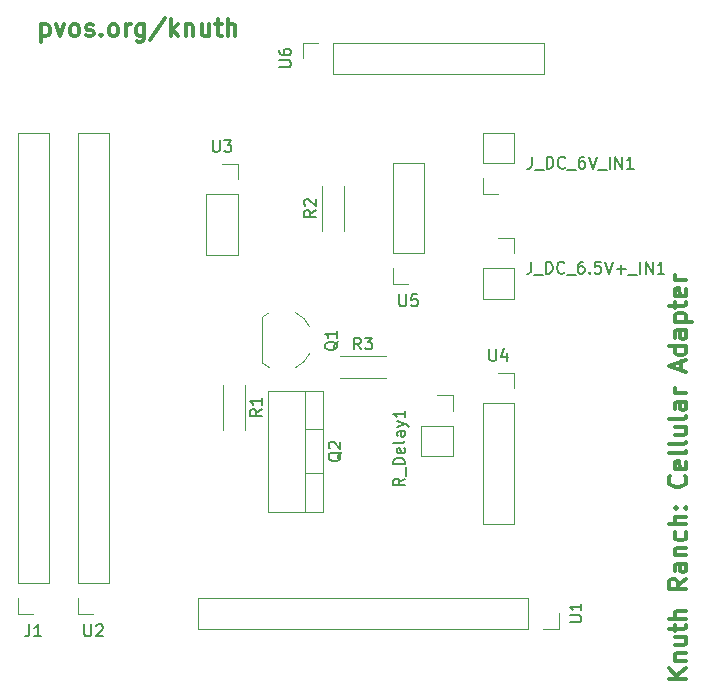
<source format=gbr>
G04 #@! TF.GenerationSoftware,KiCad,Pcbnew,5.0.2-bee76a0~70~ubuntu18.04.1*
G04 #@! TF.CreationDate,2019-07-21T13:39:32-04:00*
G04 #@! TF.ProjectId,knuth-gateway,6b6e7574-682d-4676-9174-657761792e6b,rev?*
G04 #@! TF.SameCoordinates,Original*
G04 #@! TF.FileFunction,Legend,Top*
G04 #@! TF.FilePolarity,Positive*
%FSLAX46Y46*%
G04 Gerber Fmt 4.6, Leading zero omitted, Abs format (unit mm)*
G04 Created by KiCad (PCBNEW 5.0.2-bee76a0~70~ubuntu18.04.1) date Sun 21 Jul 2019 01:39:32 PM EDT*
%MOMM*%
%LPD*%
G01*
G04 APERTURE LIST*
%ADD10C,0.300000*%
%ADD11C,0.120000*%
%ADD12C,0.150000*%
G04 APERTURE END LIST*
D10*
X215305714Y-58098571D02*
X215305714Y-59598571D01*
X215305714Y-58170000D02*
X215448571Y-58098571D01*
X215734285Y-58098571D01*
X215877142Y-58170000D01*
X215948571Y-58241428D01*
X216020000Y-58384285D01*
X216020000Y-58812857D01*
X215948571Y-58955714D01*
X215877142Y-59027142D01*
X215734285Y-59098571D01*
X215448571Y-59098571D01*
X215305714Y-59027142D01*
X216520000Y-58098571D02*
X216877142Y-59098571D01*
X217234285Y-58098571D01*
X218020000Y-59098571D02*
X217877142Y-59027142D01*
X217805714Y-58955714D01*
X217734285Y-58812857D01*
X217734285Y-58384285D01*
X217805714Y-58241428D01*
X217877142Y-58170000D01*
X218020000Y-58098571D01*
X218234285Y-58098571D01*
X218377142Y-58170000D01*
X218448571Y-58241428D01*
X218520000Y-58384285D01*
X218520000Y-58812857D01*
X218448571Y-58955714D01*
X218377142Y-59027142D01*
X218234285Y-59098571D01*
X218020000Y-59098571D01*
X219091428Y-59027142D02*
X219234285Y-59098571D01*
X219520000Y-59098571D01*
X219662857Y-59027142D01*
X219734285Y-58884285D01*
X219734285Y-58812857D01*
X219662857Y-58670000D01*
X219520000Y-58598571D01*
X219305714Y-58598571D01*
X219162857Y-58527142D01*
X219091428Y-58384285D01*
X219091428Y-58312857D01*
X219162857Y-58170000D01*
X219305714Y-58098571D01*
X219520000Y-58098571D01*
X219662857Y-58170000D01*
X220377142Y-58955714D02*
X220448571Y-59027142D01*
X220377142Y-59098571D01*
X220305714Y-59027142D01*
X220377142Y-58955714D01*
X220377142Y-59098571D01*
X221305714Y-59098571D02*
X221162857Y-59027142D01*
X221091428Y-58955714D01*
X221020000Y-58812857D01*
X221020000Y-58384285D01*
X221091428Y-58241428D01*
X221162857Y-58170000D01*
X221305714Y-58098571D01*
X221520000Y-58098571D01*
X221662857Y-58170000D01*
X221734285Y-58241428D01*
X221805714Y-58384285D01*
X221805714Y-58812857D01*
X221734285Y-58955714D01*
X221662857Y-59027142D01*
X221520000Y-59098571D01*
X221305714Y-59098571D01*
X222448571Y-59098571D02*
X222448571Y-58098571D01*
X222448571Y-58384285D02*
X222520000Y-58241428D01*
X222591428Y-58170000D01*
X222734285Y-58098571D01*
X222877142Y-58098571D01*
X224020000Y-58098571D02*
X224020000Y-59312857D01*
X223948571Y-59455714D01*
X223877142Y-59527142D01*
X223734285Y-59598571D01*
X223520000Y-59598571D01*
X223377142Y-59527142D01*
X224020000Y-59027142D02*
X223877142Y-59098571D01*
X223591428Y-59098571D01*
X223448571Y-59027142D01*
X223377142Y-58955714D01*
X223305714Y-58812857D01*
X223305714Y-58384285D01*
X223377142Y-58241428D01*
X223448571Y-58170000D01*
X223591428Y-58098571D01*
X223877142Y-58098571D01*
X224020000Y-58170000D01*
X225805714Y-57527142D02*
X224520000Y-59455714D01*
X226305714Y-59098571D02*
X226305714Y-57598571D01*
X226448571Y-58527142D02*
X226877142Y-59098571D01*
X226877142Y-58098571D02*
X226305714Y-58670000D01*
X227520000Y-58098571D02*
X227520000Y-59098571D01*
X227520000Y-58241428D02*
X227591428Y-58170000D01*
X227734285Y-58098571D01*
X227948571Y-58098571D01*
X228091428Y-58170000D01*
X228162857Y-58312857D01*
X228162857Y-59098571D01*
X229520000Y-58098571D02*
X229520000Y-59098571D01*
X228877142Y-58098571D02*
X228877142Y-58884285D01*
X228948571Y-59027142D01*
X229091428Y-59098571D01*
X229305714Y-59098571D01*
X229448571Y-59027142D01*
X229520000Y-58955714D01*
X230020000Y-58098571D02*
X230591428Y-58098571D01*
X230234285Y-57598571D02*
X230234285Y-58884285D01*
X230305714Y-59027142D01*
X230448571Y-59098571D01*
X230591428Y-59098571D01*
X231091428Y-59098571D02*
X231091428Y-57598571D01*
X231734285Y-59098571D02*
X231734285Y-58312857D01*
X231662857Y-58170000D01*
X231520000Y-58098571D01*
X231305714Y-58098571D01*
X231162857Y-58170000D01*
X231091428Y-58241428D01*
X269918571Y-113484285D02*
X268418571Y-113484285D01*
X269918571Y-112627142D02*
X269061428Y-113270000D01*
X268418571Y-112627142D02*
X269275714Y-113484285D01*
X268918571Y-111984285D02*
X269918571Y-111984285D01*
X269061428Y-111984285D02*
X268990000Y-111912857D01*
X268918571Y-111770000D01*
X268918571Y-111555714D01*
X268990000Y-111412857D01*
X269132857Y-111341428D01*
X269918571Y-111341428D01*
X268918571Y-109984285D02*
X269918571Y-109984285D01*
X268918571Y-110627142D02*
X269704285Y-110627142D01*
X269847142Y-110555714D01*
X269918571Y-110412857D01*
X269918571Y-110198571D01*
X269847142Y-110055714D01*
X269775714Y-109984285D01*
X268918571Y-109484285D02*
X268918571Y-108912857D01*
X268418571Y-109270000D02*
X269704285Y-109270000D01*
X269847142Y-109198571D01*
X269918571Y-109055714D01*
X269918571Y-108912857D01*
X269918571Y-108412857D02*
X268418571Y-108412857D01*
X269918571Y-107770000D02*
X269132857Y-107770000D01*
X268990000Y-107841428D01*
X268918571Y-107984285D01*
X268918571Y-108198571D01*
X268990000Y-108341428D01*
X269061428Y-108412857D01*
X269918571Y-105055714D02*
X269204285Y-105555714D01*
X269918571Y-105912857D02*
X268418571Y-105912857D01*
X268418571Y-105341428D01*
X268490000Y-105198571D01*
X268561428Y-105127142D01*
X268704285Y-105055714D01*
X268918571Y-105055714D01*
X269061428Y-105127142D01*
X269132857Y-105198571D01*
X269204285Y-105341428D01*
X269204285Y-105912857D01*
X269918571Y-103770000D02*
X269132857Y-103770000D01*
X268990000Y-103841428D01*
X268918571Y-103984285D01*
X268918571Y-104270000D01*
X268990000Y-104412857D01*
X269847142Y-103770000D02*
X269918571Y-103912857D01*
X269918571Y-104270000D01*
X269847142Y-104412857D01*
X269704285Y-104484285D01*
X269561428Y-104484285D01*
X269418571Y-104412857D01*
X269347142Y-104270000D01*
X269347142Y-103912857D01*
X269275714Y-103770000D01*
X268918571Y-103055714D02*
X269918571Y-103055714D01*
X269061428Y-103055714D02*
X268990000Y-102984285D01*
X268918571Y-102841428D01*
X268918571Y-102627142D01*
X268990000Y-102484285D01*
X269132857Y-102412857D01*
X269918571Y-102412857D01*
X269847142Y-101055714D02*
X269918571Y-101198571D01*
X269918571Y-101484285D01*
X269847142Y-101627142D01*
X269775714Y-101698571D01*
X269632857Y-101770000D01*
X269204285Y-101770000D01*
X269061428Y-101698571D01*
X268990000Y-101627142D01*
X268918571Y-101484285D01*
X268918571Y-101198571D01*
X268990000Y-101055714D01*
X269918571Y-100412857D02*
X268418571Y-100412857D01*
X269918571Y-99770000D02*
X269132857Y-99770000D01*
X268990000Y-99841428D01*
X268918571Y-99984285D01*
X268918571Y-100198571D01*
X268990000Y-100341428D01*
X269061428Y-100412857D01*
X269775714Y-99055714D02*
X269847142Y-98984285D01*
X269918571Y-99055714D01*
X269847142Y-99127142D01*
X269775714Y-99055714D01*
X269918571Y-99055714D01*
X268990000Y-99055714D02*
X269061428Y-98984285D01*
X269132857Y-99055714D01*
X269061428Y-99127142D01*
X268990000Y-99055714D01*
X269132857Y-99055714D01*
X269775714Y-96341428D02*
X269847142Y-96412857D01*
X269918571Y-96627142D01*
X269918571Y-96770000D01*
X269847142Y-96984285D01*
X269704285Y-97127142D01*
X269561428Y-97198571D01*
X269275714Y-97270000D01*
X269061428Y-97270000D01*
X268775714Y-97198571D01*
X268632857Y-97127142D01*
X268490000Y-96984285D01*
X268418571Y-96770000D01*
X268418571Y-96627142D01*
X268490000Y-96412857D01*
X268561428Y-96341428D01*
X269847142Y-95127142D02*
X269918571Y-95270000D01*
X269918571Y-95555714D01*
X269847142Y-95698571D01*
X269704285Y-95770000D01*
X269132857Y-95770000D01*
X268990000Y-95698571D01*
X268918571Y-95555714D01*
X268918571Y-95270000D01*
X268990000Y-95127142D01*
X269132857Y-95055714D01*
X269275714Y-95055714D01*
X269418571Y-95770000D01*
X269918571Y-94198571D02*
X269847142Y-94341428D01*
X269704285Y-94412857D01*
X268418571Y-94412857D01*
X269918571Y-93412857D02*
X269847142Y-93555714D01*
X269704285Y-93627142D01*
X268418571Y-93627142D01*
X268918571Y-92198571D02*
X269918571Y-92198571D01*
X268918571Y-92841428D02*
X269704285Y-92841428D01*
X269847142Y-92770000D01*
X269918571Y-92627142D01*
X269918571Y-92412857D01*
X269847142Y-92270000D01*
X269775714Y-92198571D01*
X269918571Y-91270000D02*
X269847142Y-91412857D01*
X269704285Y-91484285D01*
X268418571Y-91484285D01*
X269918571Y-90055714D02*
X269132857Y-90055714D01*
X268990000Y-90127142D01*
X268918571Y-90270000D01*
X268918571Y-90555714D01*
X268990000Y-90698571D01*
X269847142Y-90055714D02*
X269918571Y-90198571D01*
X269918571Y-90555714D01*
X269847142Y-90698571D01*
X269704285Y-90770000D01*
X269561428Y-90770000D01*
X269418571Y-90698571D01*
X269347142Y-90555714D01*
X269347142Y-90198571D01*
X269275714Y-90055714D01*
X269918571Y-89341428D02*
X268918571Y-89341428D01*
X269204285Y-89341428D02*
X269061428Y-89270000D01*
X268990000Y-89198571D01*
X268918571Y-89055714D01*
X268918571Y-88912857D01*
X269490000Y-87341428D02*
X269490000Y-86627142D01*
X269918571Y-87484285D02*
X268418571Y-86984285D01*
X269918571Y-86484285D01*
X269918571Y-85341428D02*
X268418571Y-85341428D01*
X269847142Y-85341428D02*
X269918571Y-85484285D01*
X269918571Y-85770000D01*
X269847142Y-85912857D01*
X269775714Y-85984285D01*
X269632857Y-86055714D01*
X269204285Y-86055714D01*
X269061428Y-85984285D01*
X268990000Y-85912857D01*
X268918571Y-85770000D01*
X268918571Y-85484285D01*
X268990000Y-85341428D01*
X269918571Y-83984285D02*
X269132857Y-83984285D01*
X268990000Y-84055714D01*
X268918571Y-84198571D01*
X268918571Y-84484285D01*
X268990000Y-84627142D01*
X269847142Y-83984285D02*
X269918571Y-84127142D01*
X269918571Y-84484285D01*
X269847142Y-84627142D01*
X269704285Y-84698571D01*
X269561428Y-84698571D01*
X269418571Y-84627142D01*
X269347142Y-84484285D01*
X269347142Y-84127142D01*
X269275714Y-83984285D01*
X268918571Y-83270000D02*
X270418571Y-83270000D01*
X268990000Y-83270000D02*
X268918571Y-83127142D01*
X268918571Y-82841428D01*
X268990000Y-82698571D01*
X269061428Y-82627142D01*
X269204285Y-82555714D01*
X269632857Y-82555714D01*
X269775714Y-82627142D01*
X269847142Y-82698571D01*
X269918571Y-82841428D01*
X269918571Y-83127142D01*
X269847142Y-83270000D01*
X268918571Y-82127142D02*
X268918571Y-81555714D01*
X268418571Y-81912857D02*
X269704285Y-81912857D01*
X269847142Y-81841428D01*
X269918571Y-81698571D01*
X269918571Y-81555714D01*
X269847142Y-80484285D02*
X269918571Y-80627142D01*
X269918571Y-80912857D01*
X269847142Y-81055714D01*
X269704285Y-81127142D01*
X269132857Y-81127142D01*
X268990000Y-81055714D01*
X268918571Y-80912857D01*
X268918571Y-80627142D01*
X268990000Y-80484285D01*
X269132857Y-80412857D01*
X269275714Y-80412857D01*
X269418571Y-81127142D01*
X269918571Y-79770000D02*
X268918571Y-79770000D01*
X269204285Y-79770000D02*
X269061428Y-79698571D01*
X268990000Y-79627142D01*
X268918571Y-79484285D01*
X268918571Y-79341428D01*
D11*
G04 #@! TO.C,J_DC_6.5V+_IN1*
X252670000Y-78740000D02*
X255330000Y-78740000D01*
X252670000Y-78740000D02*
X252670000Y-81340000D01*
X252670000Y-81340000D02*
X255330000Y-81340000D01*
X255330000Y-78740000D02*
X255330000Y-81340000D01*
X255330000Y-76140000D02*
X255330000Y-77470000D01*
X254000000Y-76140000D02*
X255330000Y-76140000D01*
G04 #@! TO.C,J_DC_6V_IN1*
X254000000Y-72450000D02*
X252670000Y-72450000D01*
X252670000Y-72450000D02*
X252670000Y-71120000D01*
X252670000Y-69850000D02*
X252670000Y-67250000D01*
X255330000Y-67250000D02*
X252670000Y-67250000D01*
X255330000Y-69850000D02*
X255330000Y-67250000D01*
X255330000Y-69850000D02*
X252670000Y-69850000D01*
G04 #@! TO.C,R1*
X230670000Y-92430000D02*
X230670000Y-88590000D01*
X232510000Y-92430000D02*
X232510000Y-88590000D01*
G04 #@! TO.C,R2*
X239110000Y-75580000D02*
X239110000Y-71740000D01*
X240950000Y-75580000D02*
X240950000Y-71740000D01*
G04 #@! TO.C,R3*
X240620000Y-88000000D02*
X244460000Y-88000000D01*
X240620000Y-86160000D02*
X244460000Y-86160000D01*
G04 #@! TO.C,R_Delay1*
X247490000Y-92070000D02*
X250150000Y-92070000D01*
X247490000Y-92070000D02*
X247490000Y-94670000D01*
X247490000Y-94670000D02*
X250150000Y-94670000D01*
X250150000Y-92070000D02*
X250150000Y-94670000D01*
X250150000Y-89470000D02*
X250150000Y-90800000D01*
X248820000Y-89470000D02*
X250150000Y-89470000D01*
G04 #@! TO.C,U2*
X219710000Y-108010000D02*
X218380000Y-108010000D01*
X218380000Y-108010000D02*
X218380000Y-106680000D01*
X218380000Y-105410000D02*
X218380000Y-67250000D01*
X221040000Y-67250000D02*
X218380000Y-67250000D01*
X221040000Y-105410000D02*
X221040000Y-67250000D01*
X221040000Y-105410000D02*
X218380000Y-105410000D01*
G04 #@! TO.C,U3*
X229266529Y-72475865D02*
X231926529Y-72475865D01*
X229266529Y-72475865D02*
X229266529Y-77615865D01*
X229266529Y-77615865D02*
X231926529Y-77615865D01*
X231926529Y-72475865D02*
X231926529Y-77615865D01*
X231926529Y-69875865D02*
X231926529Y-71205865D01*
X230596529Y-69875865D02*
X231926529Y-69875865D01*
G04 #@! TO.C,U4*
X252670000Y-90170000D02*
X255330000Y-90170000D01*
X252670000Y-90170000D02*
X252670000Y-100390000D01*
X252670000Y-100390000D02*
X255330000Y-100390000D01*
X255330000Y-90170000D02*
X255330000Y-100390000D01*
X255330000Y-87570000D02*
X255330000Y-88900000D01*
X254000000Y-87570000D02*
X255330000Y-87570000D01*
G04 #@! TO.C,U5*
X247710000Y-77470000D02*
X245050000Y-77470000D01*
X247710000Y-77470000D02*
X247710000Y-69790000D01*
X247710000Y-69790000D02*
X245050000Y-69790000D01*
X245050000Y-77470000D02*
X245050000Y-69790000D01*
X245050000Y-80070000D02*
X245050000Y-78740000D01*
X246380000Y-80070000D02*
X245050000Y-80070000D01*
G04 #@! TO.C,J1*
X215960000Y-105410000D02*
X213300000Y-105410000D01*
X215960000Y-105410000D02*
X215960000Y-67250000D01*
X215960000Y-67250000D02*
X213300000Y-67250000D01*
X213300000Y-105410000D02*
X213300000Y-67250000D01*
X213300000Y-108010000D02*
X213300000Y-106680000D01*
X214630000Y-108010000D02*
X213300000Y-108010000D01*
G04 #@! TO.C,Q2*
X239180000Y-96071000D02*
X237670000Y-96071000D01*
X239180000Y-92370000D02*
X237670000Y-92370000D01*
X237670000Y-89100000D02*
X237670000Y-99340000D01*
X239180000Y-99340000D02*
X234539000Y-99340000D01*
X239180000Y-89100000D02*
X234539000Y-89100000D01*
X234539000Y-89100000D02*
X234539000Y-99340000D01*
X239180000Y-89100000D02*
X239180000Y-99340000D01*
G04 #@! TO.C,U6*
X240030000Y-62290000D02*
X240030000Y-59630000D01*
X240030000Y-62290000D02*
X257870000Y-62290000D01*
X257870000Y-62290000D02*
X257870000Y-59630000D01*
X240030000Y-59630000D02*
X257870000Y-59630000D01*
X237430000Y-59630000D02*
X238760000Y-59630000D01*
X237430000Y-60960000D02*
X237430000Y-59630000D01*
G04 #@! TO.C,U1*
X256540000Y-106620000D02*
X256540000Y-109280000D01*
X256540000Y-106620000D02*
X228540000Y-106620000D01*
X228540000Y-106620000D02*
X228540000Y-109280000D01*
X256540000Y-109280000D02*
X228540000Y-109280000D01*
X259140000Y-109280000D02*
X257810000Y-109280000D01*
X259140000Y-107950000D02*
X259140000Y-109280000D01*
G04 #@! TO.C,Q1*
X234012000Y-82896000D02*
X234012000Y-86746000D01*
X234589955Y-82513369D02*
G75*
G03X234012000Y-82896000I1122045J-2322631D01*
G01*
X236806786Y-82488225D02*
G75*
G02X238062000Y-83746000I-1094786J-2347775D01*
G01*
X236801513Y-87172463D02*
G75*
G03X238062000Y-85896000I-1089513J2336463D01*
G01*
X234599736Y-87138383D02*
G75*
G02X234012000Y-86746000I1112264J2302383D01*
G01*
G04 #@! TO.C,J_DC_6.5V+_IN1*
D12*
X256778809Y-78192380D02*
X256778809Y-78906666D01*
X256731190Y-79049523D01*
X256635952Y-79144761D01*
X256493095Y-79192380D01*
X256397857Y-79192380D01*
X257016904Y-79287619D02*
X257778809Y-79287619D01*
X258016904Y-79192380D02*
X258016904Y-78192380D01*
X258255000Y-78192380D01*
X258397857Y-78240000D01*
X258493095Y-78335238D01*
X258540714Y-78430476D01*
X258588333Y-78620952D01*
X258588333Y-78763809D01*
X258540714Y-78954285D01*
X258493095Y-79049523D01*
X258397857Y-79144761D01*
X258255000Y-79192380D01*
X258016904Y-79192380D01*
X259588333Y-79097142D02*
X259540714Y-79144761D01*
X259397857Y-79192380D01*
X259302619Y-79192380D01*
X259159761Y-79144761D01*
X259064523Y-79049523D01*
X259016904Y-78954285D01*
X258969285Y-78763809D01*
X258969285Y-78620952D01*
X259016904Y-78430476D01*
X259064523Y-78335238D01*
X259159761Y-78240000D01*
X259302619Y-78192380D01*
X259397857Y-78192380D01*
X259540714Y-78240000D01*
X259588333Y-78287619D01*
X259778809Y-79287619D02*
X260540714Y-79287619D01*
X261207380Y-78192380D02*
X261016904Y-78192380D01*
X260921666Y-78240000D01*
X260874047Y-78287619D01*
X260778809Y-78430476D01*
X260731190Y-78620952D01*
X260731190Y-79001904D01*
X260778809Y-79097142D01*
X260826428Y-79144761D01*
X260921666Y-79192380D01*
X261112142Y-79192380D01*
X261207380Y-79144761D01*
X261255000Y-79097142D01*
X261302619Y-79001904D01*
X261302619Y-78763809D01*
X261255000Y-78668571D01*
X261207380Y-78620952D01*
X261112142Y-78573333D01*
X260921666Y-78573333D01*
X260826428Y-78620952D01*
X260778809Y-78668571D01*
X260731190Y-78763809D01*
X261731190Y-79097142D02*
X261778809Y-79144761D01*
X261731190Y-79192380D01*
X261683571Y-79144761D01*
X261731190Y-79097142D01*
X261731190Y-79192380D01*
X262683571Y-78192380D02*
X262207380Y-78192380D01*
X262159761Y-78668571D01*
X262207380Y-78620952D01*
X262302619Y-78573333D01*
X262540714Y-78573333D01*
X262635952Y-78620952D01*
X262683571Y-78668571D01*
X262731190Y-78763809D01*
X262731190Y-79001904D01*
X262683571Y-79097142D01*
X262635952Y-79144761D01*
X262540714Y-79192380D01*
X262302619Y-79192380D01*
X262207380Y-79144761D01*
X262159761Y-79097142D01*
X263016904Y-78192380D02*
X263350238Y-79192380D01*
X263683571Y-78192380D01*
X264016904Y-78811428D02*
X264778809Y-78811428D01*
X264397857Y-79192380D02*
X264397857Y-78430476D01*
X265016904Y-79287619D02*
X265778809Y-79287619D01*
X266016904Y-79192380D02*
X266016904Y-78192380D01*
X266493095Y-79192380D02*
X266493095Y-78192380D01*
X267064523Y-79192380D01*
X267064523Y-78192380D01*
X268064523Y-79192380D02*
X267493095Y-79192380D01*
X267778809Y-79192380D02*
X267778809Y-78192380D01*
X267683571Y-78335238D01*
X267588333Y-78430476D01*
X267493095Y-78478095D01*
G04 #@! TO.C,J_DC_6V_IN1*
X256842142Y-69302380D02*
X256842142Y-70016666D01*
X256794523Y-70159523D01*
X256699285Y-70254761D01*
X256556428Y-70302380D01*
X256461190Y-70302380D01*
X257080238Y-70397619D02*
X257842142Y-70397619D01*
X258080238Y-70302380D02*
X258080238Y-69302380D01*
X258318333Y-69302380D01*
X258461190Y-69350000D01*
X258556428Y-69445238D01*
X258604047Y-69540476D01*
X258651666Y-69730952D01*
X258651666Y-69873809D01*
X258604047Y-70064285D01*
X258556428Y-70159523D01*
X258461190Y-70254761D01*
X258318333Y-70302380D01*
X258080238Y-70302380D01*
X259651666Y-70207142D02*
X259604047Y-70254761D01*
X259461190Y-70302380D01*
X259365952Y-70302380D01*
X259223095Y-70254761D01*
X259127857Y-70159523D01*
X259080238Y-70064285D01*
X259032619Y-69873809D01*
X259032619Y-69730952D01*
X259080238Y-69540476D01*
X259127857Y-69445238D01*
X259223095Y-69350000D01*
X259365952Y-69302380D01*
X259461190Y-69302380D01*
X259604047Y-69350000D01*
X259651666Y-69397619D01*
X259842142Y-70397619D02*
X260604047Y-70397619D01*
X261270714Y-69302380D02*
X261080238Y-69302380D01*
X260985000Y-69350000D01*
X260937380Y-69397619D01*
X260842142Y-69540476D01*
X260794523Y-69730952D01*
X260794523Y-70111904D01*
X260842142Y-70207142D01*
X260889761Y-70254761D01*
X260985000Y-70302380D01*
X261175476Y-70302380D01*
X261270714Y-70254761D01*
X261318333Y-70207142D01*
X261365952Y-70111904D01*
X261365952Y-69873809D01*
X261318333Y-69778571D01*
X261270714Y-69730952D01*
X261175476Y-69683333D01*
X260985000Y-69683333D01*
X260889761Y-69730952D01*
X260842142Y-69778571D01*
X260794523Y-69873809D01*
X261651666Y-69302380D02*
X261985000Y-70302380D01*
X262318333Y-69302380D01*
X262413571Y-70397619D02*
X263175476Y-70397619D01*
X263413571Y-70302380D02*
X263413571Y-69302380D01*
X263889761Y-70302380D02*
X263889761Y-69302380D01*
X264461190Y-70302380D01*
X264461190Y-69302380D01*
X265461190Y-70302380D02*
X264889761Y-70302380D01*
X265175476Y-70302380D02*
X265175476Y-69302380D01*
X265080238Y-69445238D01*
X264985000Y-69540476D01*
X264889761Y-69588095D01*
G04 #@! TO.C,R1*
X233947380Y-90676666D02*
X233471190Y-91010000D01*
X233947380Y-91248095D02*
X232947380Y-91248095D01*
X232947380Y-90867142D01*
X232995000Y-90771904D01*
X233042619Y-90724285D01*
X233137857Y-90676666D01*
X233280714Y-90676666D01*
X233375952Y-90724285D01*
X233423571Y-90771904D01*
X233471190Y-90867142D01*
X233471190Y-91248095D01*
X233947380Y-89724285D02*
X233947380Y-90295714D01*
X233947380Y-90010000D02*
X232947380Y-90010000D01*
X233090238Y-90105238D01*
X233185476Y-90200476D01*
X233233095Y-90295714D01*
G04 #@! TO.C,R2*
X238562380Y-73826666D02*
X238086190Y-74160000D01*
X238562380Y-74398095D02*
X237562380Y-74398095D01*
X237562380Y-74017142D01*
X237610000Y-73921904D01*
X237657619Y-73874285D01*
X237752857Y-73826666D01*
X237895714Y-73826666D01*
X237990952Y-73874285D01*
X238038571Y-73921904D01*
X238086190Y-74017142D01*
X238086190Y-74398095D01*
X237657619Y-73445714D02*
X237610000Y-73398095D01*
X237562380Y-73302857D01*
X237562380Y-73064761D01*
X237610000Y-72969523D01*
X237657619Y-72921904D01*
X237752857Y-72874285D01*
X237848095Y-72874285D01*
X237990952Y-72921904D01*
X238562380Y-73493333D01*
X238562380Y-72874285D01*
G04 #@! TO.C,R3*
X242373333Y-85612380D02*
X242040000Y-85136190D01*
X241801904Y-85612380D02*
X241801904Y-84612380D01*
X242182857Y-84612380D01*
X242278095Y-84660000D01*
X242325714Y-84707619D01*
X242373333Y-84802857D01*
X242373333Y-84945714D01*
X242325714Y-85040952D01*
X242278095Y-85088571D01*
X242182857Y-85136190D01*
X241801904Y-85136190D01*
X242706666Y-84612380D02*
X243325714Y-84612380D01*
X242992380Y-84993333D01*
X243135238Y-84993333D01*
X243230476Y-85040952D01*
X243278095Y-85088571D01*
X243325714Y-85183809D01*
X243325714Y-85421904D01*
X243278095Y-85517142D01*
X243230476Y-85564761D01*
X243135238Y-85612380D01*
X242849523Y-85612380D01*
X242754285Y-85564761D01*
X242706666Y-85517142D01*
G04 #@! TO.C,R_Delay1*
X246097380Y-96546428D02*
X245621190Y-96879761D01*
X246097380Y-97117857D02*
X245097380Y-97117857D01*
X245097380Y-96736904D01*
X245145000Y-96641666D01*
X245192619Y-96594047D01*
X245287857Y-96546428D01*
X245430714Y-96546428D01*
X245525952Y-96594047D01*
X245573571Y-96641666D01*
X245621190Y-96736904D01*
X245621190Y-97117857D01*
X246192619Y-96355952D02*
X246192619Y-95594047D01*
X246097380Y-95355952D02*
X245097380Y-95355952D01*
X245097380Y-95117857D01*
X245145000Y-94975000D01*
X245240238Y-94879761D01*
X245335476Y-94832142D01*
X245525952Y-94784523D01*
X245668809Y-94784523D01*
X245859285Y-94832142D01*
X245954523Y-94879761D01*
X246049761Y-94975000D01*
X246097380Y-95117857D01*
X246097380Y-95355952D01*
X246049761Y-93975000D02*
X246097380Y-94070238D01*
X246097380Y-94260714D01*
X246049761Y-94355952D01*
X245954523Y-94403571D01*
X245573571Y-94403571D01*
X245478333Y-94355952D01*
X245430714Y-94260714D01*
X245430714Y-94070238D01*
X245478333Y-93975000D01*
X245573571Y-93927380D01*
X245668809Y-93927380D01*
X245764047Y-94403571D01*
X246097380Y-93355952D02*
X246049761Y-93451190D01*
X245954523Y-93498809D01*
X245097380Y-93498809D01*
X246097380Y-92546428D02*
X245573571Y-92546428D01*
X245478333Y-92594047D01*
X245430714Y-92689285D01*
X245430714Y-92879761D01*
X245478333Y-92975000D01*
X246049761Y-92546428D02*
X246097380Y-92641666D01*
X246097380Y-92879761D01*
X246049761Y-92975000D01*
X245954523Y-93022619D01*
X245859285Y-93022619D01*
X245764047Y-92975000D01*
X245716428Y-92879761D01*
X245716428Y-92641666D01*
X245668809Y-92546428D01*
X245430714Y-92165476D02*
X246097380Y-91927380D01*
X245430714Y-91689285D02*
X246097380Y-91927380D01*
X246335476Y-92022619D01*
X246383095Y-92070238D01*
X246430714Y-92165476D01*
X246097380Y-90784523D02*
X246097380Y-91355952D01*
X246097380Y-91070238D02*
X245097380Y-91070238D01*
X245240238Y-91165476D01*
X245335476Y-91260714D01*
X245383095Y-91355952D01*
G04 #@! TO.C,U2*
X218948095Y-108902380D02*
X218948095Y-109711904D01*
X218995714Y-109807142D01*
X219043333Y-109854761D01*
X219138571Y-109902380D01*
X219329047Y-109902380D01*
X219424285Y-109854761D01*
X219471904Y-109807142D01*
X219519523Y-109711904D01*
X219519523Y-108902380D01*
X219948095Y-108997619D02*
X219995714Y-108950000D01*
X220090952Y-108902380D01*
X220329047Y-108902380D01*
X220424285Y-108950000D01*
X220471904Y-108997619D01*
X220519523Y-109092857D01*
X220519523Y-109188095D01*
X220471904Y-109330952D01*
X219900476Y-109902380D01*
X220519523Y-109902380D01*
G04 #@! TO.C,U3*
X229834624Y-67888245D02*
X229834624Y-68697769D01*
X229882243Y-68793007D01*
X229929862Y-68840626D01*
X230025100Y-68888245D01*
X230215576Y-68888245D01*
X230310814Y-68840626D01*
X230358433Y-68793007D01*
X230406052Y-68697769D01*
X230406052Y-67888245D01*
X230787005Y-67888245D02*
X231406052Y-67888245D01*
X231072719Y-68269198D01*
X231215576Y-68269198D01*
X231310814Y-68316817D01*
X231358433Y-68364436D01*
X231406052Y-68459674D01*
X231406052Y-68697769D01*
X231358433Y-68793007D01*
X231310814Y-68840626D01*
X231215576Y-68888245D01*
X230929862Y-68888245D01*
X230834624Y-68840626D01*
X230787005Y-68793007D01*
G04 #@! TO.C,U4*
X253238095Y-85582380D02*
X253238095Y-86391904D01*
X253285714Y-86487142D01*
X253333333Y-86534761D01*
X253428571Y-86582380D01*
X253619047Y-86582380D01*
X253714285Y-86534761D01*
X253761904Y-86487142D01*
X253809523Y-86391904D01*
X253809523Y-85582380D01*
X254714285Y-85915714D02*
X254714285Y-86582380D01*
X254476190Y-85534761D02*
X254238095Y-86249047D01*
X254857142Y-86249047D01*
G04 #@! TO.C,U5*
X245618095Y-80962380D02*
X245618095Y-81771904D01*
X245665714Y-81867142D01*
X245713333Y-81914761D01*
X245808571Y-81962380D01*
X245999047Y-81962380D01*
X246094285Y-81914761D01*
X246141904Y-81867142D01*
X246189523Y-81771904D01*
X246189523Y-80962380D01*
X247141904Y-80962380D02*
X246665714Y-80962380D01*
X246618095Y-81438571D01*
X246665714Y-81390952D01*
X246760952Y-81343333D01*
X246999047Y-81343333D01*
X247094285Y-81390952D01*
X247141904Y-81438571D01*
X247189523Y-81533809D01*
X247189523Y-81771904D01*
X247141904Y-81867142D01*
X247094285Y-81914761D01*
X246999047Y-81962380D01*
X246760952Y-81962380D01*
X246665714Y-81914761D01*
X246618095Y-81867142D01*
G04 #@! TO.C,J1*
X214296666Y-108902380D02*
X214296666Y-109616666D01*
X214249047Y-109759523D01*
X214153809Y-109854761D01*
X214010952Y-109902380D01*
X213915714Y-109902380D01*
X215296666Y-109902380D02*
X214725238Y-109902380D01*
X215010952Y-109902380D02*
X215010952Y-108902380D01*
X214915714Y-109045238D01*
X214820476Y-109140476D01*
X214725238Y-109188095D01*
G04 #@! TO.C,Q2*
X240727619Y-94315238D02*
X240680000Y-94410476D01*
X240584761Y-94505714D01*
X240441904Y-94648571D01*
X240394285Y-94743809D01*
X240394285Y-94839047D01*
X240632380Y-94791428D02*
X240584761Y-94886666D01*
X240489523Y-94981904D01*
X240299047Y-95029523D01*
X239965714Y-95029523D01*
X239775238Y-94981904D01*
X239680000Y-94886666D01*
X239632380Y-94791428D01*
X239632380Y-94600952D01*
X239680000Y-94505714D01*
X239775238Y-94410476D01*
X239965714Y-94362857D01*
X240299047Y-94362857D01*
X240489523Y-94410476D01*
X240584761Y-94505714D01*
X240632380Y-94600952D01*
X240632380Y-94791428D01*
X239727619Y-93981904D02*
X239680000Y-93934285D01*
X239632380Y-93839047D01*
X239632380Y-93600952D01*
X239680000Y-93505714D01*
X239727619Y-93458095D01*
X239822857Y-93410476D01*
X239918095Y-93410476D01*
X240060952Y-93458095D01*
X240632380Y-94029523D01*
X240632380Y-93410476D01*
G04 #@! TO.C,U6*
X235442380Y-61721904D02*
X236251904Y-61721904D01*
X236347142Y-61674285D01*
X236394761Y-61626666D01*
X236442380Y-61531428D01*
X236442380Y-61340952D01*
X236394761Y-61245714D01*
X236347142Y-61198095D01*
X236251904Y-61150476D01*
X235442380Y-61150476D01*
X235442380Y-60245714D02*
X235442380Y-60436190D01*
X235490000Y-60531428D01*
X235537619Y-60579047D01*
X235680476Y-60674285D01*
X235870952Y-60721904D01*
X236251904Y-60721904D01*
X236347142Y-60674285D01*
X236394761Y-60626666D01*
X236442380Y-60531428D01*
X236442380Y-60340952D01*
X236394761Y-60245714D01*
X236347142Y-60198095D01*
X236251904Y-60150476D01*
X236013809Y-60150476D01*
X235918571Y-60198095D01*
X235870952Y-60245714D01*
X235823333Y-60340952D01*
X235823333Y-60531428D01*
X235870952Y-60626666D01*
X235918571Y-60674285D01*
X236013809Y-60721904D01*
G04 #@! TO.C,U1*
X260032380Y-108711904D02*
X260841904Y-108711904D01*
X260937142Y-108664285D01*
X260984761Y-108616666D01*
X261032380Y-108521428D01*
X261032380Y-108330952D01*
X260984761Y-108235714D01*
X260937142Y-108188095D01*
X260841904Y-108140476D01*
X260032380Y-108140476D01*
X261032380Y-107140476D02*
X261032380Y-107711904D01*
X261032380Y-107426190D02*
X260032380Y-107426190D01*
X260175238Y-107521428D01*
X260270476Y-107616666D01*
X260318095Y-107711904D01*
G04 #@! TO.C,Q1*
X240409619Y-84941238D02*
X240362000Y-85036476D01*
X240266761Y-85131714D01*
X240123904Y-85274571D01*
X240076285Y-85369809D01*
X240076285Y-85465047D01*
X240314380Y-85417428D02*
X240266761Y-85512666D01*
X240171523Y-85607904D01*
X239981047Y-85655523D01*
X239647714Y-85655523D01*
X239457238Y-85607904D01*
X239362000Y-85512666D01*
X239314380Y-85417428D01*
X239314380Y-85226952D01*
X239362000Y-85131714D01*
X239457238Y-85036476D01*
X239647714Y-84988857D01*
X239981047Y-84988857D01*
X240171523Y-85036476D01*
X240266761Y-85131714D01*
X240314380Y-85226952D01*
X240314380Y-85417428D01*
X240314380Y-84036476D02*
X240314380Y-84607904D01*
X240314380Y-84322190D02*
X239314380Y-84322190D01*
X239457238Y-84417428D01*
X239552476Y-84512666D01*
X239600095Y-84607904D01*
G04 #@! TD*
M02*

</source>
